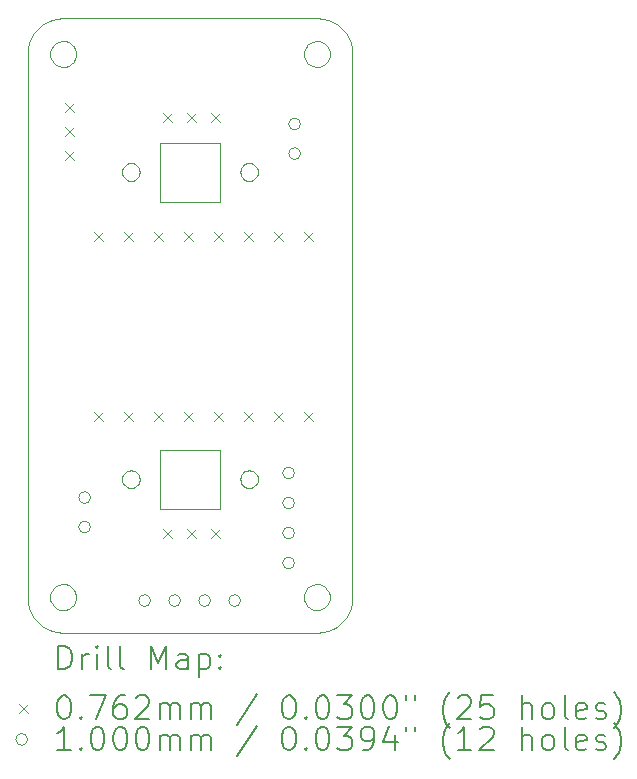
<source format=gbr>
%TF.GenerationSoftware,KiCad,Pcbnew,7.0.7*%
%TF.CreationDate,2024-04-17T16:10:39-05:00*%
%TF.ProjectId,OM-EPSC3-Micro,4f4d2d45-5053-4433-932d-4d6963726f2e,rev?*%
%TF.SameCoordinates,Original*%
%TF.FileFunction,Drillmap*%
%TF.FilePolarity,Positive*%
%FSLAX45Y45*%
G04 Gerber Fmt 4.5, Leading zero omitted, Abs format (unit mm)*
G04 Created by KiCad (PCBNEW 7.0.7) date 2024-04-17 16:10:39*
%MOMM*%
%LPD*%
G01*
G04 APERTURE LIST*
%ADD10C,0.003779*%
%ADD11C,0.200000*%
%ADD12C,0.076200*%
%ADD13C,0.100000*%
G04 APERTURE END LIST*
D10*
X22016500Y-10617700D02*
X22016500Y-10706100D01*
X21489500Y-9156100D02*
X21899100Y-9156100D01*
X22729000Y-10391100D02*
X22718300Y-10399384D01*
X21085000Y-9483500D02*
X21095100Y-9509100D01*
X22701500Y-10493600D02*
X22713500Y-10509100D01*
X21804000Y-10521100D02*
X21819500Y-10509100D01*
X21095100Y-14109100D02*
X21111300Y-14131400D01*
X23235000Y-9428700D02*
X23231500Y-9456100D01*
X21095100Y-9403100D02*
X21085000Y-9428700D01*
X22016500Y-13306100D02*
X22516500Y-13306100D01*
X21729000Y-13121100D02*
X21747100Y-13128500D01*
X21766500Y-10381100D02*
X21747100Y-10383700D01*
X20906200Y-9363400D02*
X20924200Y-9319900D01*
X23641500Y-10617700D02*
X23641500Y-12256100D01*
X21831500Y-10418600D02*
X21827087Y-10412900D01*
X21694300Y-10436211D02*
X21694100Y-10436700D01*
X21144600Y-14352400D02*
X21098800Y-14341400D01*
X21212100Y-9348000D02*
X21184600Y-9346300D01*
X23411600Y-14140900D02*
X23430500Y-14120800D01*
X21899100Y-9156100D02*
X22718300Y-9156100D01*
X21729000Y-12991100D02*
X21713500Y-13003100D01*
X23245100Y-9509100D02*
X23261300Y-9531400D01*
X23641500Y-12256100D02*
X23641500Y-13075300D01*
X23430500Y-13991400D02*
X23411600Y-13971300D01*
X23641500Y-13248368D02*
X23641500Y-13494166D01*
X23334600Y-9565900D02*
X23362100Y-9564200D01*
X23584200Y-14232400D02*
X23553600Y-14268200D01*
X23388300Y-9356600D02*
X23362100Y-9348000D01*
X21015200Y-14298800D02*
X20979400Y-14268200D01*
X21184600Y-9565900D02*
X21212100Y-9564200D01*
X21747100Y-12983700D02*
X21729000Y-12991100D01*
X23282600Y-9549000D02*
X23307500Y-9560700D01*
X21838900Y-10436700D02*
X21831500Y-10418600D01*
X22819500Y-13003100D02*
X22804000Y-12991100D01*
X22804000Y-10521100D02*
X22819500Y-10509100D01*
X21694073Y-13075300D02*
X21694100Y-13075500D01*
X21831500Y-13018600D02*
X21819500Y-13003100D01*
X23428149Y-9388900D02*
X23411600Y-9371300D01*
X21284700Y-9399042D02*
X21280500Y-9391400D01*
X20906200Y-14148800D02*
X20895200Y-14103000D01*
X21111300Y-9380800D02*
X21105416Y-9388900D01*
X23411600Y-9371300D02*
X23388300Y-9356600D01*
X21838927Y-13075300D02*
X21841500Y-13056100D01*
X23517800Y-9213400D02*
X23537500Y-9230239D01*
X21085000Y-14028700D02*
X21081500Y-14056100D01*
X23537500Y-9230239D02*
X23553600Y-9244000D01*
X23641500Y-14056100D02*
X23637800Y-14103000D01*
X23282600Y-13963200D02*
X23261300Y-13980800D01*
X21080277Y-9178465D02*
X21098800Y-9170800D01*
X23307500Y-9351500D02*
X23282600Y-9363200D01*
X22718300Y-10512816D02*
X22729000Y-10521100D01*
X21831500Y-13093600D02*
X21838900Y-13075500D01*
X21280500Y-9520800D02*
X21284700Y-9513158D01*
X23307500Y-9560700D02*
X23332700Y-9565536D01*
X23388300Y-13956599D02*
X23362100Y-13948000D01*
X21079900Y-9178621D02*
X21080277Y-9178465D01*
X20979400Y-14268200D02*
X20948800Y-14232400D01*
X22804000Y-13121100D02*
X22819500Y-13109100D01*
X20948800Y-14232400D02*
X20924200Y-14192300D01*
X21691500Y-13056100D02*
X21694073Y-13075300D01*
X21238300Y-9555600D02*
X21261600Y-9540900D01*
X21085000Y-14083500D02*
X21091234Y-14099300D01*
X23411600Y-13971300D02*
X23388300Y-13956599D01*
X23334600Y-14165900D02*
X23362100Y-14164200D01*
X23443800Y-14015600D02*
X23430500Y-13991400D01*
X21081500Y-14056100D02*
X21085000Y-14083500D01*
X22694100Y-10436700D02*
X22691500Y-10456100D01*
X22701500Y-13093600D02*
X22713500Y-13109100D01*
X21261600Y-9540900D02*
X21280500Y-9520800D01*
X22516500Y-13306100D02*
X22516500Y-13075300D01*
X23362100Y-13948000D02*
X23334600Y-13946300D01*
X22713500Y-13003100D02*
X22701500Y-13018600D01*
X21212100Y-14164200D02*
X21238300Y-14155600D01*
X21284700Y-13999042D02*
X21280500Y-13991400D01*
X22718300Y-9156100D02*
X23127900Y-9156100D01*
X21278149Y-9388900D02*
X21261600Y-9371300D01*
X21238300Y-14155600D02*
X21261600Y-14140900D01*
X20891500Y-10706100D02*
X20891500Y-10617700D01*
X23553600Y-9244000D02*
X23584200Y-9279800D01*
X21144600Y-9159800D02*
X21191500Y-9156100D01*
X21827087Y-10412900D02*
X21819500Y-10403100D01*
X23282600Y-14149000D02*
X23307500Y-14160700D01*
X21157500Y-9351500D02*
X21132600Y-9363200D01*
X22804000Y-10391100D02*
X22785900Y-10383700D01*
X21899100Y-14356100D02*
X21489500Y-14356100D01*
X22694100Y-10475500D02*
X22701500Y-10493600D01*
X23641500Y-13075300D02*
X23641500Y-13248368D01*
X21157500Y-13951500D02*
X21132600Y-13963200D01*
X22516500Y-10617700D02*
X22516500Y-10206100D01*
X21261600Y-9371300D02*
X21238300Y-9356600D01*
X21729000Y-10391100D02*
X21713500Y-10403100D01*
X23517800Y-14298800D02*
X23509160Y-14304100D01*
X21841500Y-13056100D02*
X21838900Y-13036700D01*
X21055300Y-14323400D02*
X21015200Y-14298800D01*
X23626800Y-14148800D02*
X23608800Y-14192300D01*
X22691500Y-10456100D02*
X22694100Y-10475500D01*
X23307500Y-14160700D02*
X23334600Y-14165900D01*
X23641500Y-13494166D02*
X23641500Y-13827551D01*
X23245100Y-9403100D02*
X23235000Y-9428700D01*
X22691500Y-13056100D02*
X22694073Y-13075300D01*
X21238300Y-9356600D02*
X21212100Y-9348000D01*
X22016500Y-10206100D02*
X22016500Y-10617700D01*
X21293800Y-9415600D02*
X21284700Y-9399042D01*
X21838900Y-13075500D02*
X21838927Y-13075300D01*
X21831500Y-10493600D02*
X21838900Y-10475500D01*
X23608800Y-9319900D02*
X23626800Y-9363400D01*
X23450600Y-9469900D02*
X23450600Y-9442300D01*
X22747100Y-12983700D02*
X22729000Y-12991100D01*
X23245100Y-14003100D02*
X23235000Y-14028700D01*
X23450600Y-9442300D02*
X23443800Y-9415600D01*
X20891500Y-10617700D02*
X20891500Y-9456100D01*
X22785900Y-10528500D02*
X22804000Y-10521100D01*
X22016500Y-13075300D02*
X22016500Y-13306100D01*
X23450600Y-14042300D02*
X23443800Y-14015600D01*
X21300600Y-9442300D02*
X21293800Y-9415600D01*
X21184600Y-14165900D02*
X21212100Y-14164200D01*
X23477700Y-14323400D02*
X23434200Y-14341400D01*
X21280500Y-9391400D02*
X21278149Y-9388900D01*
X22016500Y-10706100D02*
X22516500Y-10706100D01*
X22831500Y-13093600D02*
X22838900Y-13075500D01*
X23641500Y-9798500D02*
X23641500Y-10617700D01*
X23537500Y-14281961D02*
X23517800Y-14298800D01*
X22701500Y-10418600D02*
X22694100Y-10436700D01*
X21191500Y-14356100D02*
X21144600Y-14352400D01*
X23434200Y-14341400D02*
X23388400Y-14352400D01*
X23334600Y-13946300D02*
X23332700Y-13946664D01*
X23235000Y-9483500D02*
X23245100Y-9509100D01*
X20948800Y-9279800D02*
X20979400Y-9244000D01*
X20891500Y-12256100D02*
X20891500Y-10706100D01*
X22747100Y-13128500D02*
X22766500Y-13131100D01*
X21157500Y-14160700D02*
X21184600Y-14165900D01*
X22747100Y-10383700D02*
X22729000Y-10391100D01*
X21819500Y-13109100D02*
X21831500Y-13093600D01*
X21838900Y-13036700D02*
X21831500Y-13018600D01*
X22713500Y-13109100D02*
X22718300Y-13112816D01*
X22819500Y-10509100D02*
X22831500Y-10493600D01*
X23637800Y-9409200D02*
X23641500Y-9456100D01*
X22838900Y-13036700D02*
X22831500Y-13018600D01*
X22694100Y-13036700D02*
X22691500Y-13056100D01*
X21280500Y-14120800D02*
X21292316Y-14099300D01*
X23261300Y-9380800D02*
X23255416Y-9388900D01*
X23608800Y-14192300D02*
X23584200Y-14232400D01*
X21055300Y-9188800D02*
X21079900Y-9178621D01*
X20924200Y-9319900D02*
X20948800Y-9279800D01*
X21691500Y-10456100D02*
X21694100Y-10475500D01*
X21132600Y-9363200D02*
X21111300Y-9380800D01*
X22785900Y-10383700D02*
X22766500Y-10381100D01*
X21081500Y-9456100D02*
X21085000Y-9483500D01*
X21184600Y-9346300D02*
X21157500Y-9351500D01*
X21713500Y-10403100D02*
X21705913Y-10412900D01*
X23637800Y-14103000D02*
X23626800Y-14148800D01*
X23443800Y-9496600D02*
X23450600Y-9469900D01*
X23411600Y-9540900D02*
X23430500Y-9520800D01*
X21300600Y-14042300D02*
X21293800Y-14015600D01*
X22831500Y-10418600D02*
X22827087Y-10412900D01*
X22718300Y-14356100D02*
X21899100Y-14356100D01*
X21212100Y-9564200D02*
X21238300Y-9555600D01*
X21694100Y-10436700D02*
X21691500Y-10456100D01*
X21098800Y-14341400D02*
X21079900Y-14333579D01*
X21091234Y-14099300D02*
X21095100Y-14109100D01*
X21300600Y-9469900D02*
X21300600Y-9442300D01*
X23509160Y-14304100D02*
X23477700Y-14323400D01*
X22729000Y-12991100D02*
X22718300Y-12999384D01*
X21085000Y-9428700D02*
X21081500Y-9456100D01*
X21261600Y-14140900D02*
X21280500Y-14120800D01*
X21713500Y-10509100D02*
X21729000Y-10521100D01*
X23261300Y-13980800D02*
X23245100Y-14003100D01*
X23362100Y-14164200D02*
X23388300Y-14155600D01*
X23434200Y-9170800D02*
X23477700Y-9188800D01*
X20979400Y-9244000D02*
X21015200Y-9213400D01*
X23641500Y-9456100D02*
X23641500Y-9798500D01*
X22827087Y-10412900D02*
X22819500Y-10403100D01*
X21701500Y-10493600D02*
X21713500Y-10509100D01*
X21098800Y-9170800D02*
X21144600Y-9159800D01*
X21111300Y-9531400D02*
X21132600Y-9549000D01*
X22729000Y-13121100D02*
X22747100Y-13128500D01*
X21747100Y-10383700D02*
X21729000Y-10391100D01*
X23626800Y-9363400D02*
X23637800Y-9409200D01*
X21261600Y-13971300D02*
X21238300Y-13956599D01*
X22516500Y-10206100D02*
X22016500Y-10206100D01*
X22841500Y-13056100D02*
X22838900Y-13036700D01*
X23442316Y-14099300D02*
X23443800Y-14096600D01*
X22713500Y-10403100D02*
X22701500Y-10418600D01*
X22718300Y-13112816D02*
X22729000Y-13121100D01*
X23430500Y-14120800D02*
X23442316Y-14099300D01*
X22701500Y-13018600D02*
X22694100Y-13036700D01*
X23388300Y-14155600D02*
X23411600Y-14140900D01*
X23282600Y-9363200D02*
X23261300Y-9380800D01*
X21293800Y-14096600D02*
X21300600Y-14069900D01*
X21785900Y-13128500D02*
X21804000Y-13121100D01*
X23443800Y-14096600D02*
X23450600Y-14069900D01*
X23450600Y-14069900D02*
X23450600Y-14042300D01*
X23261300Y-14131400D02*
X23282600Y-14149000D01*
X21132600Y-14149000D02*
X21157500Y-14160700D01*
X21838900Y-10475500D02*
X21841500Y-10456100D01*
X21841500Y-10456100D02*
X21838900Y-10436700D01*
X23235000Y-14083500D02*
X23241234Y-14099300D01*
X21729000Y-10521100D02*
X21747100Y-10528500D01*
X22804000Y-12991100D02*
X22785900Y-12983700D01*
X23388400Y-9159800D02*
X23434200Y-9170800D01*
X21184600Y-13946300D02*
X21157500Y-13951500D01*
X20924200Y-14192300D02*
X20906200Y-14148800D01*
X22831500Y-10493600D02*
X22838900Y-10475500D01*
X20895200Y-14103000D02*
X20891500Y-14056100D01*
X21292316Y-14099300D02*
X21293800Y-14096600D01*
X22516500Y-10706100D02*
X22516500Y-10617700D01*
X21701500Y-13093600D02*
X21713500Y-13109100D01*
X21095100Y-14003100D02*
X21085000Y-14028700D01*
X22841500Y-10456100D02*
X22838900Y-10436700D01*
X22785900Y-13128500D02*
X22804000Y-13121100D01*
X23641500Y-13894500D02*
X23641500Y-14056100D01*
X22729000Y-10521100D02*
X22747100Y-10528500D01*
X21079900Y-14333579D02*
X21055300Y-14323400D01*
X21293800Y-14015600D02*
X21284700Y-13999042D01*
X23231500Y-14056100D02*
X23235000Y-14083500D01*
X21694300Y-10475989D02*
X21701500Y-10493600D01*
X21785900Y-10383700D02*
X21766500Y-10381100D01*
X23209248Y-9156100D02*
X23341500Y-9156100D01*
X21111300Y-14131400D02*
X21132600Y-14149000D01*
X21280500Y-13991400D02*
X21261600Y-13971300D01*
X23341500Y-14356100D02*
X23127900Y-14356100D01*
X23334600Y-9346300D02*
X23307500Y-9351500D01*
X21694100Y-13036700D02*
X21691500Y-13056100D01*
X23307500Y-13951500D02*
X23282600Y-13963200D01*
X21212100Y-13948000D02*
X21184600Y-13946300D01*
X21804000Y-10391100D02*
X21785900Y-10383700D01*
X22785900Y-12983700D02*
X22766500Y-12981100D01*
X21105416Y-9388900D02*
X21095100Y-9403100D01*
X23430500Y-9391400D02*
X23428149Y-9388900D01*
X22838900Y-10436700D02*
X22831500Y-10418600D01*
X21157500Y-9560700D02*
X21184600Y-9565900D01*
X21766500Y-13131100D02*
X21785900Y-13128500D01*
X23332700Y-13946664D02*
X23307500Y-13951500D01*
X22838900Y-13075500D02*
X22838927Y-13075300D01*
X21785900Y-10528500D02*
X21804000Y-10521100D01*
X21804000Y-12991100D02*
X21785900Y-12983700D01*
X22694073Y-13075300D02*
X22694100Y-13075500D01*
X20891500Y-13894500D02*
X20891500Y-12256100D01*
X21132600Y-13963200D02*
X21111300Y-13980800D01*
X22516500Y-12806100D02*
X22016500Y-12806100D01*
X22718300Y-12999384D02*
X22713500Y-13003100D01*
X21819500Y-10509100D02*
X21831500Y-10493600D01*
X23241234Y-14099300D02*
X23245100Y-14109100D01*
X23231500Y-9456100D02*
X23235000Y-9483500D01*
X23443800Y-9415600D02*
X23430500Y-9391400D01*
X21747100Y-10528500D02*
X21766500Y-10531100D01*
X21095100Y-9509100D02*
X21111300Y-9531400D01*
X23362100Y-9564200D02*
X23388300Y-9555600D01*
X23245100Y-14109100D02*
X23261300Y-14131400D01*
X23430500Y-9520800D02*
X23443800Y-9496600D01*
X22747100Y-10528500D02*
X22766500Y-10531100D01*
X21713500Y-13109100D02*
X21729000Y-13121100D01*
X23255416Y-9388900D02*
X23245100Y-9403100D01*
X21489500Y-14356100D02*
X21191500Y-14356100D01*
X22819500Y-10403100D02*
X22804000Y-10391100D01*
X21705913Y-10412900D02*
X21701500Y-10418600D01*
X21819500Y-13003100D02*
X21804000Y-12991100D01*
X22831500Y-13018600D02*
X22819500Y-13003100D01*
X23332700Y-9565536D02*
X23334600Y-9565900D01*
X21694100Y-10475500D02*
X21694300Y-10475989D01*
X22516500Y-13075300D02*
X22516500Y-12806100D01*
X21111300Y-13980800D02*
X21095100Y-14003100D01*
X22766500Y-10531100D02*
X22785900Y-10528500D01*
X22016500Y-12806100D02*
X22016500Y-13075300D01*
X21694100Y-13075500D02*
X21701500Y-13093600D01*
X22838900Y-10475500D02*
X22841500Y-10456100D01*
X22766500Y-10381100D02*
X22747100Y-10383700D01*
X23261300Y-9531400D02*
X23282600Y-9549000D01*
X23641500Y-13827551D02*
X23641500Y-13894500D01*
X20895200Y-9409200D02*
X20906200Y-9363400D01*
X22766500Y-13131100D02*
X22785900Y-13128500D01*
X23341500Y-9156100D02*
X23388400Y-9159800D01*
X21132600Y-9549000D02*
X21157500Y-9560700D01*
X20891500Y-9456100D02*
X20895200Y-9409200D01*
X21300600Y-14069900D02*
X21300600Y-14042300D01*
X22718300Y-10399384D02*
X22713500Y-10403100D01*
X23388400Y-14352400D02*
X23341500Y-14356100D01*
X21238300Y-13956599D02*
X21212100Y-13948000D01*
X23553600Y-14268200D02*
X23537500Y-14281961D01*
X22713500Y-10509100D02*
X22718300Y-10512816D01*
X22766500Y-12981100D02*
X22747100Y-12983700D01*
X23477700Y-9188800D02*
X23517800Y-9213400D01*
X23388300Y-9555600D02*
X23411600Y-9540900D01*
X21701500Y-10418600D02*
X21694300Y-10436211D01*
X21819500Y-10403100D02*
X21804000Y-10391100D01*
X21701500Y-13018600D02*
X21694100Y-13036700D01*
X21191500Y-9156100D02*
X21489500Y-9156100D01*
X21293800Y-9496600D02*
X21300600Y-9469900D01*
X21284700Y-9513158D02*
X21293800Y-9496600D01*
X20891500Y-14056100D02*
X20891500Y-13894500D01*
X23127900Y-14356100D02*
X22718300Y-14356100D01*
X22819500Y-13109100D02*
X22831500Y-13093600D01*
X23584200Y-9279800D02*
X23608800Y-9319900D01*
X23127900Y-9156100D02*
X23209248Y-9156100D01*
X21747100Y-13128500D02*
X21766500Y-13131100D01*
X21804000Y-13121100D02*
X21819500Y-13109100D01*
X21713500Y-13003100D02*
X21701500Y-13018600D01*
X21015200Y-9213400D02*
X21055300Y-9188800D01*
X21785900Y-12983700D02*
X21766500Y-12981100D01*
X22694100Y-13075500D02*
X22701500Y-13093600D01*
X23362100Y-9348000D02*
X23334600Y-9346300D01*
X21766500Y-10531100D02*
X21785900Y-10528500D01*
X22838927Y-13075300D02*
X22841500Y-13056100D01*
X21766500Y-12981100D02*
X21747100Y-12983700D01*
X23235000Y-14028700D02*
X23231500Y-14056100D01*
D11*
D12*
X21209000Y-9867900D02*
X21285200Y-9944100D01*
X21285200Y-9867900D02*
X21209000Y-9944100D01*
X21209000Y-10071100D02*
X21285200Y-10147300D01*
X21285200Y-10071100D02*
X21209000Y-10147300D01*
X21209000Y-10274300D02*
X21285200Y-10350500D01*
X21285200Y-10274300D02*
X21209000Y-10350500D01*
X21450300Y-10960100D02*
X21526500Y-11036300D01*
X21526500Y-10960100D02*
X21450300Y-11036300D01*
X21450300Y-12484100D02*
X21526500Y-12560300D01*
X21526500Y-12484100D02*
X21450300Y-12560300D01*
X21704300Y-10960100D02*
X21780500Y-11036300D01*
X21780500Y-10960100D02*
X21704300Y-11036300D01*
X21704300Y-12484100D02*
X21780500Y-12560300D01*
X21780500Y-12484100D02*
X21704300Y-12560300D01*
X21958300Y-10960100D02*
X22034500Y-11036300D01*
X22034500Y-10960100D02*
X21958300Y-11036300D01*
X21958300Y-12484100D02*
X22034500Y-12560300D01*
X22034500Y-12484100D02*
X21958300Y-12560300D01*
X22034500Y-9956800D02*
X22110700Y-10033000D01*
X22110700Y-9956800D02*
X22034500Y-10033000D01*
X22034500Y-13474700D02*
X22110700Y-13550900D01*
X22110700Y-13474700D02*
X22034500Y-13550900D01*
X22212300Y-10960100D02*
X22288500Y-11036300D01*
X22288500Y-10960100D02*
X22212300Y-11036300D01*
X22212300Y-12484100D02*
X22288500Y-12560300D01*
X22288500Y-12484100D02*
X22212300Y-12560300D01*
X22237700Y-9956800D02*
X22313900Y-10033000D01*
X22313900Y-9956800D02*
X22237700Y-10033000D01*
X22237700Y-13474700D02*
X22313900Y-13550900D01*
X22313900Y-13474700D02*
X22237700Y-13550900D01*
X22440900Y-9956800D02*
X22517100Y-10033000D01*
X22517100Y-9956800D02*
X22440900Y-10033000D01*
X22440900Y-13474700D02*
X22517100Y-13550900D01*
X22517100Y-13474700D02*
X22440900Y-13550900D01*
X22466300Y-10960100D02*
X22542500Y-11036300D01*
X22542500Y-10960100D02*
X22466300Y-11036300D01*
X22466300Y-12484100D02*
X22542500Y-12560300D01*
X22542500Y-12484100D02*
X22466300Y-12560300D01*
X22720300Y-10960100D02*
X22796500Y-11036300D01*
X22796500Y-10960100D02*
X22720300Y-11036300D01*
X22720300Y-12484100D02*
X22796500Y-12560300D01*
X22796500Y-12484100D02*
X22720300Y-12560300D01*
X22974300Y-10960100D02*
X23050500Y-11036300D01*
X23050500Y-10960100D02*
X22974300Y-11036300D01*
X22974300Y-12484100D02*
X23050500Y-12560300D01*
X23050500Y-12484100D02*
X22974300Y-12560300D01*
X23228300Y-10960100D02*
X23304500Y-11036300D01*
X23304500Y-10960100D02*
X23228300Y-11036300D01*
X23228300Y-12484100D02*
X23304500Y-12560300D01*
X23304500Y-12484100D02*
X23228300Y-12560300D01*
D13*
X21424100Y-13212000D02*
G75*
G03*
X21424100Y-13212000I-50000J0D01*
G01*
X21424100Y-13462000D02*
G75*
G03*
X21424100Y-13462000I-50000J0D01*
G01*
X21932100Y-14084300D02*
G75*
G03*
X21932100Y-14084300I-50000J0D01*
G01*
X22186100Y-14084300D02*
G75*
G03*
X22186100Y-14084300I-50000J0D01*
G01*
X22440100Y-14084300D02*
G75*
G03*
X22440100Y-14084300I-50000J0D01*
G01*
X22694100Y-14084300D02*
G75*
G03*
X22694100Y-14084300I-50000J0D01*
G01*
X23151300Y-13004800D02*
G75*
G03*
X23151300Y-13004800I-50000J0D01*
G01*
X23151300Y-13258800D02*
G75*
G03*
X23151300Y-13258800I-50000J0D01*
G01*
X23151300Y-13512800D02*
G75*
G03*
X23151300Y-13512800I-50000J0D01*
G01*
X23151300Y-13766800D02*
G75*
G03*
X23151300Y-13766800I-50000J0D01*
G01*
X23202100Y-10049700D02*
G75*
G03*
X23202100Y-10049700I-50000J0D01*
G01*
X23202100Y-10299700D02*
G75*
G03*
X23202100Y-10299700I-50000J0D01*
G01*
D11*
X21152088Y-14667772D02*
X21152088Y-14467772D01*
X21152088Y-14467772D02*
X21199707Y-14467772D01*
X21199707Y-14467772D02*
X21228278Y-14477296D01*
X21228278Y-14477296D02*
X21247326Y-14496344D01*
X21247326Y-14496344D02*
X21256850Y-14515391D01*
X21256850Y-14515391D02*
X21266374Y-14553487D01*
X21266374Y-14553487D02*
X21266374Y-14582058D01*
X21266374Y-14582058D02*
X21256850Y-14620153D01*
X21256850Y-14620153D02*
X21247326Y-14639201D01*
X21247326Y-14639201D02*
X21228278Y-14658249D01*
X21228278Y-14658249D02*
X21199707Y-14667772D01*
X21199707Y-14667772D02*
X21152088Y-14667772D01*
X21352088Y-14667772D02*
X21352088Y-14534439D01*
X21352088Y-14572534D02*
X21361612Y-14553487D01*
X21361612Y-14553487D02*
X21371136Y-14543963D01*
X21371136Y-14543963D02*
X21390183Y-14534439D01*
X21390183Y-14534439D02*
X21409231Y-14534439D01*
X21475897Y-14667772D02*
X21475897Y-14534439D01*
X21475897Y-14467772D02*
X21466374Y-14477296D01*
X21466374Y-14477296D02*
X21475897Y-14486820D01*
X21475897Y-14486820D02*
X21485421Y-14477296D01*
X21485421Y-14477296D02*
X21475897Y-14467772D01*
X21475897Y-14467772D02*
X21475897Y-14486820D01*
X21599707Y-14667772D02*
X21580659Y-14658249D01*
X21580659Y-14658249D02*
X21571136Y-14639201D01*
X21571136Y-14639201D02*
X21571136Y-14467772D01*
X21704469Y-14667772D02*
X21685421Y-14658249D01*
X21685421Y-14658249D02*
X21675897Y-14639201D01*
X21675897Y-14639201D02*
X21675897Y-14467772D01*
X21933040Y-14667772D02*
X21933040Y-14467772D01*
X21933040Y-14467772D02*
X21999707Y-14610630D01*
X21999707Y-14610630D02*
X22066374Y-14467772D01*
X22066374Y-14467772D02*
X22066374Y-14667772D01*
X22247326Y-14667772D02*
X22247326Y-14563011D01*
X22247326Y-14563011D02*
X22237802Y-14543963D01*
X22237802Y-14543963D02*
X22218755Y-14534439D01*
X22218755Y-14534439D02*
X22180659Y-14534439D01*
X22180659Y-14534439D02*
X22161612Y-14543963D01*
X22247326Y-14658249D02*
X22228278Y-14667772D01*
X22228278Y-14667772D02*
X22180659Y-14667772D01*
X22180659Y-14667772D02*
X22161612Y-14658249D01*
X22161612Y-14658249D02*
X22152088Y-14639201D01*
X22152088Y-14639201D02*
X22152088Y-14620153D01*
X22152088Y-14620153D02*
X22161612Y-14601106D01*
X22161612Y-14601106D02*
X22180659Y-14591582D01*
X22180659Y-14591582D02*
X22228278Y-14591582D01*
X22228278Y-14591582D02*
X22247326Y-14582058D01*
X22342564Y-14534439D02*
X22342564Y-14734439D01*
X22342564Y-14543963D02*
X22361612Y-14534439D01*
X22361612Y-14534439D02*
X22399707Y-14534439D01*
X22399707Y-14534439D02*
X22418755Y-14543963D01*
X22418755Y-14543963D02*
X22428278Y-14553487D01*
X22428278Y-14553487D02*
X22437802Y-14572534D01*
X22437802Y-14572534D02*
X22437802Y-14629677D01*
X22437802Y-14629677D02*
X22428278Y-14648725D01*
X22428278Y-14648725D02*
X22418755Y-14658249D01*
X22418755Y-14658249D02*
X22399707Y-14667772D01*
X22399707Y-14667772D02*
X22361612Y-14667772D01*
X22361612Y-14667772D02*
X22342564Y-14658249D01*
X22523516Y-14648725D02*
X22533040Y-14658249D01*
X22533040Y-14658249D02*
X22523516Y-14667772D01*
X22523516Y-14667772D02*
X22513993Y-14658249D01*
X22513993Y-14658249D02*
X22523516Y-14648725D01*
X22523516Y-14648725D02*
X22523516Y-14667772D01*
X22523516Y-14543963D02*
X22533040Y-14553487D01*
X22533040Y-14553487D02*
X22523516Y-14563011D01*
X22523516Y-14563011D02*
X22513993Y-14553487D01*
X22513993Y-14553487D02*
X22523516Y-14543963D01*
X22523516Y-14543963D02*
X22523516Y-14563011D01*
D12*
X20815111Y-14958189D02*
X20891311Y-15034389D01*
X20891311Y-14958189D02*
X20815111Y-15034389D01*
D11*
X21190183Y-14887772D02*
X21209231Y-14887772D01*
X21209231Y-14887772D02*
X21228278Y-14897296D01*
X21228278Y-14897296D02*
X21237802Y-14906820D01*
X21237802Y-14906820D02*
X21247326Y-14925868D01*
X21247326Y-14925868D02*
X21256850Y-14963963D01*
X21256850Y-14963963D02*
X21256850Y-15011582D01*
X21256850Y-15011582D02*
X21247326Y-15049677D01*
X21247326Y-15049677D02*
X21237802Y-15068725D01*
X21237802Y-15068725D02*
X21228278Y-15078249D01*
X21228278Y-15078249D02*
X21209231Y-15087772D01*
X21209231Y-15087772D02*
X21190183Y-15087772D01*
X21190183Y-15087772D02*
X21171136Y-15078249D01*
X21171136Y-15078249D02*
X21161612Y-15068725D01*
X21161612Y-15068725D02*
X21152088Y-15049677D01*
X21152088Y-15049677D02*
X21142564Y-15011582D01*
X21142564Y-15011582D02*
X21142564Y-14963963D01*
X21142564Y-14963963D02*
X21152088Y-14925868D01*
X21152088Y-14925868D02*
X21161612Y-14906820D01*
X21161612Y-14906820D02*
X21171136Y-14897296D01*
X21171136Y-14897296D02*
X21190183Y-14887772D01*
X21342564Y-15068725D02*
X21352088Y-15078249D01*
X21352088Y-15078249D02*
X21342564Y-15087772D01*
X21342564Y-15087772D02*
X21333040Y-15078249D01*
X21333040Y-15078249D02*
X21342564Y-15068725D01*
X21342564Y-15068725D02*
X21342564Y-15087772D01*
X21418755Y-14887772D02*
X21552088Y-14887772D01*
X21552088Y-14887772D02*
X21466374Y-15087772D01*
X21713993Y-14887772D02*
X21675897Y-14887772D01*
X21675897Y-14887772D02*
X21656850Y-14897296D01*
X21656850Y-14897296D02*
X21647326Y-14906820D01*
X21647326Y-14906820D02*
X21628278Y-14935391D01*
X21628278Y-14935391D02*
X21618755Y-14973487D01*
X21618755Y-14973487D02*
X21618755Y-15049677D01*
X21618755Y-15049677D02*
X21628278Y-15068725D01*
X21628278Y-15068725D02*
X21637802Y-15078249D01*
X21637802Y-15078249D02*
X21656850Y-15087772D01*
X21656850Y-15087772D02*
X21694945Y-15087772D01*
X21694945Y-15087772D02*
X21713993Y-15078249D01*
X21713993Y-15078249D02*
X21723517Y-15068725D01*
X21723517Y-15068725D02*
X21733040Y-15049677D01*
X21733040Y-15049677D02*
X21733040Y-15002058D01*
X21733040Y-15002058D02*
X21723517Y-14983011D01*
X21723517Y-14983011D02*
X21713993Y-14973487D01*
X21713993Y-14973487D02*
X21694945Y-14963963D01*
X21694945Y-14963963D02*
X21656850Y-14963963D01*
X21656850Y-14963963D02*
X21637802Y-14973487D01*
X21637802Y-14973487D02*
X21628278Y-14983011D01*
X21628278Y-14983011D02*
X21618755Y-15002058D01*
X21809231Y-14906820D02*
X21818755Y-14897296D01*
X21818755Y-14897296D02*
X21837802Y-14887772D01*
X21837802Y-14887772D02*
X21885421Y-14887772D01*
X21885421Y-14887772D02*
X21904469Y-14897296D01*
X21904469Y-14897296D02*
X21913993Y-14906820D01*
X21913993Y-14906820D02*
X21923517Y-14925868D01*
X21923517Y-14925868D02*
X21923517Y-14944915D01*
X21923517Y-14944915D02*
X21913993Y-14973487D01*
X21913993Y-14973487D02*
X21799707Y-15087772D01*
X21799707Y-15087772D02*
X21923517Y-15087772D01*
X22009231Y-15087772D02*
X22009231Y-14954439D01*
X22009231Y-14973487D02*
X22018755Y-14963963D01*
X22018755Y-14963963D02*
X22037802Y-14954439D01*
X22037802Y-14954439D02*
X22066374Y-14954439D01*
X22066374Y-14954439D02*
X22085421Y-14963963D01*
X22085421Y-14963963D02*
X22094945Y-14983011D01*
X22094945Y-14983011D02*
X22094945Y-15087772D01*
X22094945Y-14983011D02*
X22104469Y-14963963D01*
X22104469Y-14963963D02*
X22123517Y-14954439D01*
X22123517Y-14954439D02*
X22152088Y-14954439D01*
X22152088Y-14954439D02*
X22171136Y-14963963D01*
X22171136Y-14963963D02*
X22180659Y-14983011D01*
X22180659Y-14983011D02*
X22180659Y-15087772D01*
X22275898Y-15087772D02*
X22275898Y-14954439D01*
X22275898Y-14973487D02*
X22285421Y-14963963D01*
X22285421Y-14963963D02*
X22304469Y-14954439D01*
X22304469Y-14954439D02*
X22333040Y-14954439D01*
X22333040Y-14954439D02*
X22352088Y-14963963D01*
X22352088Y-14963963D02*
X22361612Y-14983011D01*
X22361612Y-14983011D02*
X22361612Y-15087772D01*
X22361612Y-14983011D02*
X22371136Y-14963963D01*
X22371136Y-14963963D02*
X22390183Y-14954439D01*
X22390183Y-14954439D02*
X22418755Y-14954439D01*
X22418755Y-14954439D02*
X22437802Y-14963963D01*
X22437802Y-14963963D02*
X22447326Y-14983011D01*
X22447326Y-14983011D02*
X22447326Y-15087772D01*
X22837802Y-14878249D02*
X22666374Y-15135391D01*
X23094945Y-14887772D02*
X23113993Y-14887772D01*
X23113993Y-14887772D02*
X23133040Y-14897296D01*
X23133040Y-14897296D02*
X23142564Y-14906820D01*
X23142564Y-14906820D02*
X23152088Y-14925868D01*
X23152088Y-14925868D02*
X23161612Y-14963963D01*
X23161612Y-14963963D02*
X23161612Y-15011582D01*
X23161612Y-15011582D02*
X23152088Y-15049677D01*
X23152088Y-15049677D02*
X23142564Y-15068725D01*
X23142564Y-15068725D02*
X23133040Y-15078249D01*
X23133040Y-15078249D02*
X23113993Y-15087772D01*
X23113993Y-15087772D02*
X23094945Y-15087772D01*
X23094945Y-15087772D02*
X23075898Y-15078249D01*
X23075898Y-15078249D02*
X23066374Y-15068725D01*
X23066374Y-15068725D02*
X23056850Y-15049677D01*
X23056850Y-15049677D02*
X23047326Y-15011582D01*
X23047326Y-15011582D02*
X23047326Y-14963963D01*
X23047326Y-14963963D02*
X23056850Y-14925868D01*
X23056850Y-14925868D02*
X23066374Y-14906820D01*
X23066374Y-14906820D02*
X23075898Y-14897296D01*
X23075898Y-14897296D02*
X23094945Y-14887772D01*
X23247326Y-15068725D02*
X23256850Y-15078249D01*
X23256850Y-15078249D02*
X23247326Y-15087772D01*
X23247326Y-15087772D02*
X23237802Y-15078249D01*
X23237802Y-15078249D02*
X23247326Y-15068725D01*
X23247326Y-15068725D02*
X23247326Y-15087772D01*
X23380659Y-14887772D02*
X23399707Y-14887772D01*
X23399707Y-14887772D02*
X23418755Y-14897296D01*
X23418755Y-14897296D02*
X23428279Y-14906820D01*
X23428279Y-14906820D02*
X23437802Y-14925868D01*
X23437802Y-14925868D02*
X23447326Y-14963963D01*
X23447326Y-14963963D02*
X23447326Y-15011582D01*
X23447326Y-15011582D02*
X23437802Y-15049677D01*
X23437802Y-15049677D02*
X23428279Y-15068725D01*
X23428279Y-15068725D02*
X23418755Y-15078249D01*
X23418755Y-15078249D02*
X23399707Y-15087772D01*
X23399707Y-15087772D02*
X23380659Y-15087772D01*
X23380659Y-15087772D02*
X23361612Y-15078249D01*
X23361612Y-15078249D02*
X23352088Y-15068725D01*
X23352088Y-15068725D02*
X23342564Y-15049677D01*
X23342564Y-15049677D02*
X23333040Y-15011582D01*
X23333040Y-15011582D02*
X23333040Y-14963963D01*
X23333040Y-14963963D02*
X23342564Y-14925868D01*
X23342564Y-14925868D02*
X23352088Y-14906820D01*
X23352088Y-14906820D02*
X23361612Y-14897296D01*
X23361612Y-14897296D02*
X23380659Y-14887772D01*
X23513993Y-14887772D02*
X23637802Y-14887772D01*
X23637802Y-14887772D02*
X23571136Y-14963963D01*
X23571136Y-14963963D02*
X23599707Y-14963963D01*
X23599707Y-14963963D02*
X23618755Y-14973487D01*
X23618755Y-14973487D02*
X23628279Y-14983011D01*
X23628279Y-14983011D02*
X23637802Y-15002058D01*
X23637802Y-15002058D02*
X23637802Y-15049677D01*
X23637802Y-15049677D02*
X23628279Y-15068725D01*
X23628279Y-15068725D02*
X23618755Y-15078249D01*
X23618755Y-15078249D02*
X23599707Y-15087772D01*
X23599707Y-15087772D02*
X23542564Y-15087772D01*
X23542564Y-15087772D02*
X23523517Y-15078249D01*
X23523517Y-15078249D02*
X23513993Y-15068725D01*
X23761612Y-14887772D02*
X23780660Y-14887772D01*
X23780660Y-14887772D02*
X23799707Y-14897296D01*
X23799707Y-14897296D02*
X23809231Y-14906820D01*
X23809231Y-14906820D02*
X23818755Y-14925868D01*
X23818755Y-14925868D02*
X23828279Y-14963963D01*
X23828279Y-14963963D02*
X23828279Y-15011582D01*
X23828279Y-15011582D02*
X23818755Y-15049677D01*
X23818755Y-15049677D02*
X23809231Y-15068725D01*
X23809231Y-15068725D02*
X23799707Y-15078249D01*
X23799707Y-15078249D02*
X23780660Y-15087772D01*
X23780660Y-15087772D02*
X23761612Y-15087772D01*
X23761612Y-15087772D02*
X23742564Y-15078249D01*
X23742564Y-15078249D02*
X23733040Y-15068725D01*
X23733040Y-15068725D02*
X23723517Y-15049677D01*
X23723517Y-15049677D02*
X23713993Y-15011582D01*
X23713993Y-15011582D02*
X23713993Y-14963963D01*
X23713993Y-14963963D02*
X23723517Y-14925868D01*
X23723517Y-14925868D02*
X23733040Y-14906820D01*
X23733040Y-14906820D02*
X23742564Y-14897296D01*
X23742564Y-14897296D02*
X23761612Y-14887772D01*
X23952088Y-14887772D02*
X23971136Y-14887772D01*
X23971136Y-14887772D02*
X23990183Y-14897296D01*
X23990183Y-14897296D02*
X23999707Y-14906820D01*
X23999707Y-14906820D02*
X24009231Y-14925868D01*
X24009231Y-14925868D02*
X24018755Y-14963963D01*
X24018755Y-14963963D02*
X24018755Y-15011582D01*
X24018755Y-15011582D02*
X24009231Y-15049677D01*
X24009231Y-15049677D02*
X23999707Y-15068725D01*
X23999707Y-15068725D02*
X23990183Y-15078249D01*
X23990183Y-15078249D02*
X23971136Y-15087772D01*
X23971136Y-15087772D02*
X23952088Y-15087772D01*
X23952088Y-15087772D02*
X23933040Y-15078249D01*
X23933040Y-15078249D02*
X23923517Y-15068725D01*
X23923517Y-15068725D02*
X23913993Y-15049677D01*
X23913993Y-15049677D02*
X23904469Y-15011582D01*
X23904469Y-15011582D02*
X23904469Y-14963963D01*
X23904469Y-14963963D02*
X23913993Y-14925868D01*
X23913993Y-14925868D02*
X23923517Y-14906820D01*
X23923517Y-14906820D02*
X23933040Y-14897296D01*
X23933040Y-14897296D02*
X23952088Y-14887772D01*
X24094945Y-14887772D02*
X24094945Y-14925868D01*
X24171136Y-14887772D02*
X24171136Y-14925868D01*
X24466374Y-15163963D02*
X24456850Y-15154439D01*
X24456850Y-15154439D02*
X24437802Y-15125868D01*
X24437802Y-15125868D02*
X24428279Y-15106820D01*
X24428279Y-15106820D02*
X24418755Y-15078249D01*
X24418755Y-15078249D02*
X24409231Y-15030630D01*
X24409231Y-15030630D02*
X24409231Y-14992534D01*
X24409231Y-14992534D02*
X24418755Y-14944915D01*
X24418755Y-14944915D02*
X24428279Y-14916344D01*
X24428279Y-14916344D02*
X24437802Y-14897296D01*
X24437802Y-14897296D02*
X24456850Y-14868725D01*
X24456850Y-14868725D02*
X24466374Y-14859201D01*
X24533041Y-14906820D02*
X24542564Y-14897296D01*
X24542564Y-14897296D02*
X24561612Y-14887772D01*
X24561612Y-14887772D02*
X24609231Y-14887772D01*
X24609231Y-14887772D02*
X24628279Y-14897296D01*
X24628279Y-14897296D02*
X24637802Y-14906820D01*
X24637802Y-14906820D02*
X24647326Y-14925868D01*
X24647326Y-14925868D02*
X24647326Y-14944915D01*
X24647326Y-14944915D02*
X24637802Y-14973487D01*
X24637802Y-14973487D02*
X24523517Y-15087772D01*
X24523517Y-15087772D02*
X24647326Y-15087772D01*
X24828279Y-14887772D02*
X24733041Y-14887772D01*
X24733041Y-14887772D02*
X24723517Y-14983011D01*
X24723517Y-14983011D02*
X24733041Y-14973487D01*
X24733041Y-14973487D02*
X24752088Y-14963963D01*
X24752088Y-14963963D02*
X24799707Y-14963963D01*
X24799707Y-14963963D02*
X24818755Y-14973487D01*
X24818755Y-14973487D02*
X24828279Y-14983011D01*
X24828279Y-14983011D02*
X24837802Y-15002058D01*
X24837802Y-15002058D02*
X24837802Y-15049677D01*
X24837802Y-15049677D02*
X24828279Y-15068725D01*
X24828279Y-15068725D02*
X24818755Y-15078249D01*
X24818755Y-15078249D02*
X24799707Y-15087772D01*
X24799707Y-15087772D02*
X24752088Y-15087772D01*
X24752088Y-15087772D02*
X24733041Y-15078249D01*
X24733041Y-15078249D02*
X24723517Y-15068725D01*
X25075898Y-15087772D02*
X25075898Y-14887772D01*
X25161612Y-15087772D02*
X25161612Y-14983011D01*
X25161612Y-14983011D02*
X25152088Y-14963963D01*
X25152088Y-14963963D02*
X25133041Y-14954439D01*
X25133041Y-14954439D02*
X25104469Y-14954439D01*
X25104469Y-14954439D02*
X25085422Y-14963963D01*
X25085422Y-14963963D02*
X25075898Y-14973487D01*
X25285422Y-15087772D02*
X25266374Y-15078249D01*
X25266374Y-15078249D02*
X25256850Y-15068725D01*
X25256850Y-15068725D02*
X25247326Y-15049677D01*
X25247326Y-15049677D02*
X25247326Y-14992534D01*
X25247326Y-14992534D02*
X25256850Y-14973487D01*
X25256850Y-14973487D02*
X25266374Y-14963963D01*
X25266374Y-14963963D02*
X25285422Y-14954439D01*
X25285422Y-14954439D02*
X25313993Y-14954439D01*
X25313993Y-14954439D02*
X25333041Y-14963963D01*
X25333041Y-14963963D02*
X25342564Y-14973487D01*
X25342564Y-14973487D02*
X25352088Y-14992534D01*
X25352088Y-14992534D02*
X25352088Y-15049677D01*
X25352088Y-15049677D02*
X25342564Y-15068725D01*
X25342564Y-15068725D02*
X25333041Y-15078249D01*
X25333041Y-15078249D02*
X25313993Y-15087772D01*
X25313993Y-15087772D02*
X25285422Y-15087772D01*
X25466374Y-15087772D02*
X25447326Y-15078249D01*
X25447326Y-15078249D02*
X25437803Y-15059201D01*
X25437803Y-15059201D02*
X25437803Y-14887772D01*
X25618755Y-15078249D02*
X25599707Y-15087772D01*
X25599707Y-15087772D02*
X25561612Y-15087772D01*
X25561612Y-15087772D02*
X25542564Y-15078249D01*
X25542564Y-15078249D02*
X25533041Y-15059201D01*
X25533041Y-15059201D02*
X25533041Y-14983011D01*
X25533041Y-14983011D02*
X25542564Y-14963963D01*
X25542564Y-14963963D02*
X25561612Y-14954439D01*
X25561612Y-14954439D02*
X25599707Y-14954439D01*
X25599707Y-14954439D02*
X25618755Y-14963963D01*
X25618755Y-14963963D02*
X25628279Y-14983011D01*
X25628279Y-14983011D02*
X25628279Y-15002058D01*
X25628279Y-15002058D02*
X25533041Y-15021106D01*
X25704469Y-15078249D02*
X25723517Y-15087772D01*
X25723517Y-15087772D02*
X25761612Y-15087772D01*
X25761612Y-15087772D02*
X25780660Y-15078249D01*
X25780660Y-15078249D02*
X25790184Y-15059201D01*
X25790184Y-15059201D02*
X25790184Y-15049677D01*
X25790184Y-15049677D02*
X25780660Y-15030630D01*
X25780660Y-15030630D02*
X25761612Y-15021106D01*
X25761612Y-15021106D02*
X25733041Y-15021106D01*
X25733041Y-15021106D02*
X25713993Y-15011582D01*
X25713993Y-15011582D02*
X25704469Y-14992534D01*
X25704469Y-14992534D02*
X25704469Y-14983011D01*
X25704469Y-14983011D02*
X25713993Y-14963963D01*
X25713993Y-14963963D02*
X25733041Y-14954439D01*
X25733041Y-14954439D02*
X25761612Y-14954439D01*
X25761612Y-14954439D02*
X25780660Y-14963963D01*
X25856850Y-15163963D02*
X25866374Y-15154439D01*
X25866374Y-15154439D02*
X25885422Y-15125868D01*
X25885422Y-15125868D02*
X25894945Y-15106820D01*
X25894945Y-15106820D02*
X25904469Y-15078249D01*
X25904469Y-15078249D02*
X25913993Y-15030630D01*
X25913993Y-15030630D02*
X25913993Y-14992534D01*
X25913993Y-14992534D02*
X25904469Y-14944915D01*
X25904469Y-14944915D02*
X25894945Y-14916344D01*
X25894945Y-14916344D02*
X25885422Y-14897296D01*
X25885422Y-14897296D02*
X25866374Y-14868725D01*
X25866374Y-14868725D02*
X25856850Y-14859201D01*
D13*
X20891311Y-15260289D02*
G75*
G03*
X20891311Y-15260289I-50000J0D01*
G01*
D11*
X21256850Y-15351772D02*
X21142564Y-15351772D01*
X21199707Y-15351772D02*
X21199707Y-15151772D01*
X21199707Y-15151772D02*
X21180659Y-15180344D01*
X21180659Y-15180344D02*
X21161612Y-15199391D01*
X21161612Y-15199391D02*
X21142564Y-15208915D01*
X21342564Y-15332725D02*
X21352088Y-15342249D01*
X21352088Y-15342249D02*
X21342564Y-15351772D01*
X21342564Y-15351772D02*
X21333040Y-15342249D01*
X21333040Y-15342249D02*
X21342564Y-15332725D01*
X21342564Y-15332725D02*
X21342564Y-15351772D01*
X21475897Y-15151772D02*
X21494945Y-15151772D01*
X21494945Y-15151772D02*
X21513993Y-15161296D01*
X21513993Y-15161296D02*
X21523517Y-15170820D01*
X21523517Y-15170820D02*
X21533040Y-15189868D01*
X21533040Y-15189868D02*
X21542564Y-15227963D01*
X21542564Y-15227963D02*
X21542564Y-15275582D01*
X21542564Y-15275582D02*
X21533040Y-15313677D01*
X21533040Y-15313677D02*
X21523517Y-15332725D01*
X21523517Y-15332725D02*
X21513993Y-15342249D01*
X21513993Y-15342249D02*
X21494945Y-15351772D01*
X21494945Y-15351772D02*
X21475897Y-15351772D01*
X21475897Y-15351772D02*
X21456850Y-15342249D01*
X21456850Y-15342249D02*
X21447326Y-15332725D01*
X21447326Y-15332725D02*
X21437802Y-15313677D01*
X21437802Y-15313677D02*
X21428278Y-15275582D01*
X21428278Y-15275582D02*
X21428278Y-15227963D01*
X21428278Y-15227963D02*
X21437802Y-15189868D01*
X21437802Y-15189868D02*
X21447326Y-15170820D01*
X21447326Y-15170820D02*
X21456850Y-15161296D01*
X21456850Y-15161296D02*
X21475897Y-15151772D01*
X21666374Y-15151772D02*
X21685421Y-15151772D01*
X21685421Y-15151772D02*
X21704469Y-15161296D01*
X21704469Y-15161296D02*
X21713993Y-15170820D01*
X21713993Y-15170820D02*
X21723517Y-15189868D01*
X21723517Y-15189868D02*
X21733040Y-15227963D01*
X21733040Y-15227963D02*
X21733040Y-15275582D01*
X21733040Y-15275582D02*
X21723517Y-15313677D01*
X21723517Y-15313677D02*
X21713993Y-15332725D01*
X21713993Y-15332725D02*
X21704469Y-15342249D01*
X21704469Y-15342249D02*
X21685421Y-15351772D01*
X21685421Y-15351772D02*
X21666374Y-15351772D01*
X21666374Y-15351772D02*
X21647326Y-15342249D01*
X21647326Y-15342249D02*
X21637802Y-15332725D01*
X21637802Y-15332725D02*
X21628278Y-15313677D01*
X21628278Y-15313677D02*
X21618755Y-15275582D01*
X21618755Y-15275582D02*
X21618755Y-15227963D01*
X21618755Y-15227963D02*
X21628278Y-15189868D01*
X21628278Y-15189868D02*
X21637802Y-15170820D01*
X21637802Y-15170820D02*
X21647326Y-15161296D01*
X21647326Y-15161296D02*
X21666374Y-15151772D01*
X21856850Y-15151772D02*
X21875898Y-15151772D01*
X21875898Y-15151772D02*
X21894945Y-15161296D01*
X21894945Y-15161296D02*
X21904469Y-15170820D01*
X21904469Y-15170820D02*
X21913993Y-15189868D01*
X21913993Y-15189868D02*
X21923517Y-15227963D01*
X21923517Y-15227963D02*
X21923517Y-15275582D01*
X21923517Y-15275582D02*
X21913993Y-15313677D01*
X21913993Y-15313677D02*
X21904469Y-15332725D01*
X21904469Y-15332725D02*
X21894945Y-15342249D01*
X21894945Y-15342249D02*
X21875898Y-15351772D01*
X21875898Y-15351772D02*
X21856850Y-15351772D01*
X21856850Y-15351772D02*
X21837802Y-15342249D01*
X21837802Y-15342249D02*
X21828278Y-15332725D01*
X21828278Y-15332725D02*
X21818755Y-15313677D01*
X21818755Y-15313677D02*
X21809231Y-15275582D01*
X21809231Y-15275582D02*
X21809231Y-15227963D01*
X21809231Y-15227963D02*
X21818755Y-15189868D01*
X21818755Y-15189868D02*
X21828278Y-15170820D01*
X21828278Y-15170820D02*
X21837802Y-15161296D01*
X21837802Y-15161296D02*
X21856850Y-15151772D01*
X22009231Y-15351772D02*
X22009231Y-15218439D01*
X22009231Y-15237487D02*
X22018755Y-15227963D01*
X22018755Y-15227963D02*
X22037802Y-15218439D01*
X22037802Y-15218439D02*
X22066374Y-15218439D01*
X22066374Y-15218439D02*
X22085421Y-15227963D01*
X22085421Y-15227963D02*
X22094945Y-15247011D01*
X22094945Y-15247011D02*
X22094945Y-15351772D01*
X22094945Y-15247011D02*
X22104469Y-15227963D01*
X22104469Y-15227963D02*
X22123517Y-15218439D01*
X22123517Y-15218439D02*
X22152088Y-15218439D01*
X22152088Y-15218439D02*
X22171136Y-15227963D01*
X22171136Y-15227963D02*
X22180659Y-15247011D01*
X22180659Y-15247011D02*
X22180659Y-15351772D01*
X22275898Y-15351772D02*
X22275898Y-15218439D01*
X22275898Y-15237487D02*
X22285421Y-15227963D01*
X22285421Y-15227963D02*
X22304469Y-15218439D01*
X22304469Y-15218439D02*
X22333040Y-15218439D01*
X22333040Y-15218439D02*
X22352088Y-15227963D01*
X22352088Y-15227963D02*
X22361612Y-15247011D01*
X22361612Y-15247011D02*
X22361612Y-15351772D01*
X22361612Y-15247011D02*
X22371136Y-15227963D01*
X22371136Y-15227963D02*
X22390183Y-15218439D01*
X22390183Y-15218439D02*
X22418755Y-15218439D01*
X22418755Y-15218439D02*
X22437802Y-15227963D01*
X22437802Y-15227963D02*
X22447326Y-15247011D01*
X22447326Y-15247011D02*
X22447326Y-15351772D01*
X22837802Y-15142249D02*
X22666374Y-15399391D01*
X23094945Y-15151772D02*
X23113993Y-15151772D01*
X23113993Y-15151772D02*
X23133040Y-15161296D01*
X23133040Y-15161296D02*
X23142564Y-15170820D01*
X23142564Y-15170820D02*
X23152088Y-15189868D01*
X23152088Y-15189868D02*
X23161612Y-15227963D01*
X23161612Y-15227963D02*
X23161612Y-15275582D01*
X23161612Y-15275582D02*
X23152088Y-15313677D01*
X23152088Y-15313677D02*
X23142564Y-15332725D01*
X23142564Y-15332725D02*
X23133040Y-15342249D01*
X23133040Y-15342249D02*
X23113993Y-15351772D01*
X23113993Y-15351772D02*
X23094945Y-15351772D01*
X23094945Y-15351772D02*
X23075898Y-15342249D01*
X23075898Y-15342249D02*
X23066374Y-15332725D01*
X23066374Y-15332725D02*
X23056850Y-15313677D01*
X23056850Y-15313677D02*
X23047326Y-15275582D01*
X23047326Y-15275582D02*
X23047326Y-15227963D01*
X23047326Y-15227963D02*
X23056850Y-15189868D01*
X23056850Y-15189868D02*
X23066374Y-15170820D01*
X23066374Y-15170820D02*
X23075898Y-15161296D01*
X23075898Y-15161296D02*
X23094945Y-15151772D01*
X23247326Y-15332725D02*
X23256850Y-15342249D01*
X23256850Y-15342249D02*
X23247326Y-15351772D01*
X23247326Y-15351772D02*
X23237802Y-15342249D01*
X23237802Y-15342249D02*
X23247326Y-15332725D01*
X23247326Y-15332725D02*
X23247326Y-15351772D01*
X23380659Y-15151772D02*
X23399707Y-15151772D01*
X23399707Y-15151772D02*
X23418755Y-15161296D01*
X23418755Y-15161296D02*
X23428279Y-15170820D01*
X23428279Y-15170820D02*
X23437802Y-15189868D01*
X23437802Y-15189868D02*
X23447326Y-15227963D01*
X23447326Y-15227963D02*
X23447326Y-15275582D01*
X23447326Y-15275582D02*
X23437802Y-15313677D01*
X23437802Y-15313677D02*
X23428279Y-15332725D01*
X23428279Y-15332725D02*
X23418755Y-15342249D01*
X23418755Y-15342249D02*
X23399707Y-15351772D01*
X23399707Y-15351772D02*
X23380659Y-15351772D01*
X23380659Y-15351772D02*
X23361612Y-15342249D01*
X23361612Y-15342249D02*
X23352088Y-15332725D01*
X23352088Y-15332725D02*
X23342564Y-15313677D01*
X23342564Y-15313677D02*
X23333040Y-15275582D01*
X23333040Y-15275582D02*
X23333040Y-15227963D01*
X23333040Y-15227963D02*
X23342564Y-15189868D01*
X23342564Y-15189868D02*
X23352088Y-15170820D01*
X23352088Y-15170820D02*
X23361612Y-15161296D01*
X23361612Y-15161296D02*
X23380659Y-15151772D01*
X23513993Y-15151772D02*
X23637802Y-15151772D01*
X23637802Y-15151772D02*
X23571136Y-15227963D01*
X23571136Y-15227963D02*
X23599707Y-15227963D01*
X23599707Y-15227963D02*
X23618755Y-15237487D01*
X23618755Y-15237487D02*
X23628279Y-15247011D01*
X23628279Y-15247011D02*
X23637802Y-15266058D01*
X23637802Y-15266058D02*
X23637802Y-15313677D01*
X23637802Y-15313677D02*
X23628279Y-15332725D01*
X23628279Y-15332725D02*
X23618755Y-15342249D01*
X23618755Y-15342249D02*
X23599707Y-15351772D01*
X23599707Y-15351772D02*
X23542564Y-15351772D01*
X23542564Y-15351772D02*
X23523517Y-15342249D01*
X23523517Y-15342249D02*
X23513993Y-15332725D01*
X23733040Y-15351772D02*
X23771136Y-15351772D01*
X23771136Y-15351772D02*
X23790183Y-15342249D01*
X23790183Y-15342249D02*
X23799707Y-15332725D01*
X23799707Y-15332725D02*
X23818755Y-15304153D01*
X23818755Y-15304153D02*
X23828279Y-15266058D01*
X23828279Y-15266058D02*
X23828279Y-15189868D01*
X23828279Y-15189868D02*
X23818755Y-15170820D01*
X23818755Y-15170820D02*
X23809231Y-15161296D01*
X23809231Y-15161296D02*
X23790183Y-15151772D01*
X23790183Y-15151772D02*
X23752088Y-15151772D01*
X23752088Y-15151772D02*
X23733040Y-15161296D01*
X23733040Y-15161296D02*
X23723517Y-15170820D01*
X23723517Y-15170820D02*
X23713993Y-15189868D01*
X23713993Y-15189868D02*
X23713993Y-15237487D01*
X23713993Y-15237487D02*
X23723517Y-15256534D01*
X23723517Y-15256534D02*
X23733040Y-15266058D01*
X23733040Y-15266058D02*
X23752088Y-15275582D01*
X23752088Y-15275582D02*
X23790183Y-15275582D01*
X23790183Y-15275582D02*
X23809231Y-15266058D01*
X23809231Y-15266058D02*
X23818755Y-15256534D01*
X23818755Y-15256534D02*
X23828279Y-15237487D01*
X23999707Y-15218439D02*
X23999707Y-15351772D01*
X23952088Y-15142249D02*
X23904469Y-15285106D01*
X23904469Y-15285106D02*
X24028279Y-15285106D01*
X24094945Y-15151772D02*
X24094945Y-15189868D01*
X24171136Y-15151772D02*
X24171136Y-15189868D01*
X24466374Y-15427963D02*
X24456850Y-15418439D01*
X24456850Y-15418439D02*
X24437802Y-15389868D01*
X24437802Y-15389868D02*
X24428279Y-15370820D01*
X24428279Y-15370820D02*
X24418755Y-15342249D01*
X24418755Y-15342249D02*
X24409231Y-15294630D01*
X24409231Y-15294630D02*
X24409231Y-15256534D01*
X24409231Y-15256534D02*
X24418755Y-15208915D01*
X24418755Y-15208915D02*
X24428279Y-15180344D01*
X24428279Y-15180344D02*
X24437802Y-15161296D01*
X24437802Y-15161296D02*
X24456850Y-15132725D01*
X24456850Y-15132725D02*
X24466374Y-15123201D01*
X24647326Y-15351772D02*
X24533041Y-15351772D01*
X24590183Y-15351772D02*
X24590183Y-15151772D01*
X24590183Y-15151772D02*
X24571136Y-15180344D01*
X24571136Y-15180344D02*
X24552088Y-15199391D01*
X24552088Y-15199391D02*
X24533041Y-15208915D01*
X24723517Y-15170820D02*
X24733041Y-15161296D01*
X24733041Y-15161296D02*
X24752088Y-15151772D01*
X24752088Y-15151772D02*
X24799707Y-15151772D01*
X24799707Y-15151772D02*
X24818755Y-15161296D01*
X24818755Y-15161296D02*
X24828279Y-15170820D01*
X24828279Y-15170820D02*
X24837802Y-15189868D01*
X24837802Y-15189868D02*
X24837802Y-15208915D01*
X24837802Y-15208915D02*
X24828279Y-15237487D01*
X24828279Y-15237487D02*
X24713993Y-15351772D01*
X24713993Y-15351772D02*
X24837802Y-15351772D01*
X25075898Y-15351772D02*
X25075898Y-15151772D01*
X25161612Y-15351772D02*
X25161612Y-15247011D01*
X25161612Y-15247011D02*
X25152088Y-15227963D01*
X25152088Y-15227963D02*
X25133041Y-15218439D01*
X25133041Y-15218439D02*
X25104469Y-15218439D01*
X25104469Y-15218439D02*
X25085422Y-15227963D01*
X25085422Y-15227963D02*
X25075898Y-15237487D01*
X25285422Y-15351772D02*
X25266374Y-15342249D01*
X25266374Y-15342249D02*
X25256850Y-15332725D01*
X25256850Y-15332725D02*
X25247326Y-15313677D01*
X25247326Y-15313677D02*
X25247326Y-15256534D01*
X25247326Y-15256534D02*
X25256850Y-15237487D01*
X25256850Y-15237487D02*
X25266374Y-15227963D01*
X25266374Y-15227963D02*
X25285422Y-15218439D01*
X25285422Y-15218439D02*
X25313993Y-15218439D01*
X25313993Y-15218439D02*
X25333041Y-15227963D01*
X25333041Y-15227963D02*
X25342564Y-15237487D01*
X25342564Y-15237487D02*
X25352088Y-15256534D01*
X25352088Y-15256534D02*
X25352088Y-15313677D01*
X25352088Y-15313677D02*
X25342564Y-15332725D01*
X25342564Y-15332725D02*
X25333041Y-15342249D01*
X25333041Y-15342249D02*
X25313993Y-15351772D01*
X25313993Y-15351772D02*
X25285422Y-15351772D01*
X25466374Y-15351772D02*
X25447326Y-15342249D01*
X25447326Y-15342249D02*
X25437803Y-15323201D01*
X25437803Y-15323201D02*
X25437803Y-15151772D01*
X25618755Y-15342249D02*
X25599707Y-15351772D01*
X25599707Y-15351772D02*
X25561612Y-15351772D01*
X25561612Y-15351772D02*
X25542564Y-15342249D01*
X25542564Y-15342249D02*
X25533041Y-15323201D01*
X25533041Y-15323201D02*
X25533041Y-15247011D01*
X25533041Y-15247011D02*
X25542564Y-15227963D01*
X25542564Y-15227963D02*
X25561612Y-15218439D01*
X25561612Y-15218439D02*
X25599707Y-15218439D01*
X25599707Y-15218439D02*
X25618755Y-15227963D01*
X25618755Y-15227963D02*
X25628279Y-15247011D01*
X25628279Y-15247011D02*
X25628279Y-15266058D01*
X25628279Y-15266058D02*
X25533041Y-15285106D01*
X25704469Y-15342249D02*
X25723517Y-15351772D01*
X25723517Y-15351772D02*
X25761612Y-15351772D01*
X25761612Y-15351772D02*
X25780660Y-15342249D01*
X25780660Y-15342249D02*
X25790184Y-15323201D01*
X25790184Y-15323201D02*
X25790184Y-15313677D01*
X25790184Y-15313677D02*
X25780660Y-15294630D01*
X25780660Y-15294630D02*
X25761612Y-15285106D01*
X25761612Y-15285106D02*
X25733041Y-15285106D01*
X25733041Y-15285106D02*
X25713993Y-15275582D01*
X25713993Y-15275582D02*
X25704469Y-15256534D01*
X25704469Y-15256534D02*
X25704469Y-15247011D01*
X25704469Y-15247011D02*
X25713993Y-15227963D01*
X25713993Y-15227963D02*
X25733041Y-15218439D01*
X25733041Y-15218439D02*
X25761612Y-15218439D01*
X25761612Y-15218439D02*
X25780660Y-15227963D01*
X25856850Y-15427963D02*
X25866374Y-15418439D01*
X25866374Y-15418439D02*
X25885422Y-15389868D01*
X25885422Y-15389868D02*
X25894945Y-15370820D01*
X25894945Y-15370820D02*
X25904469Y-15342249D01*
X25904469Y-15342249D02*
X25913993Y-15294630D01*
X25913993Y-15294630D02*
X25913993Y-15256534D01*
X25913993Y-15256534D02*
X25904469Y-15208915D01*
X25904469Y-15208915D02*
X25894945Y-15180344D01*
X25894945Y-15180344D02*
X25885422Y-15161296D01*
X25885422Y-15161296D02*
X25866374Y-15132725D01*
X25866374Y-15132725D02*
X25856850Y-15123201D01*
M02*

</source>
